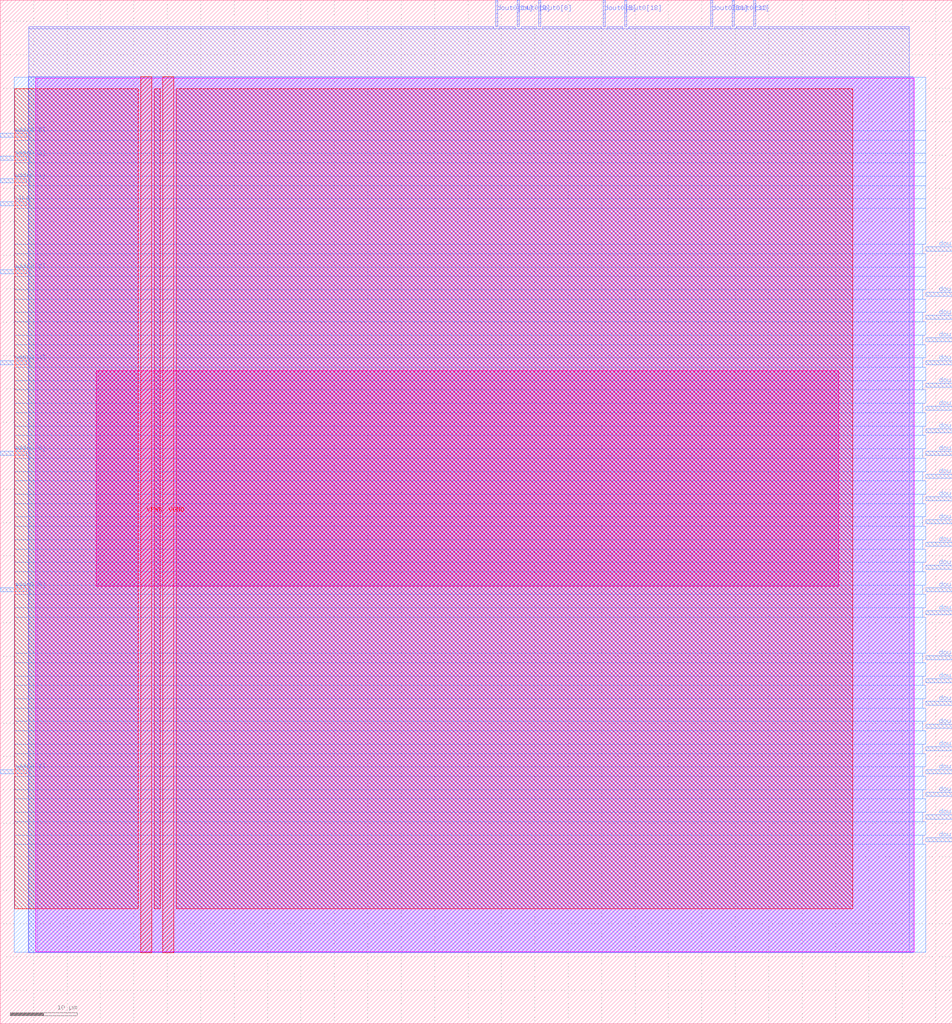
<source format=lef>
VERSION 5.7 ;
  NOWIREEXTENSIONATPIN ON ;
  DIVIDERCHAR "/" ;
  BUSBITCHARS "[]" ;
MACRO cust_rom
  CLASS BLOCK ;
  FOREIGN cust_rom ;
  ORIGIN 0.000 0.000 ;
  SIZE 142.465 BY 153.185 ;
  PIN VGND
    DIRECTION INOUT ;
    USE GROUND ;
    PORT
      LAYER met4 ;
        RECT 24.340 10.640 25.940 141.680 ;
    END
  END VGND
  PIN VPWR
    DIRECTION INOUT ;
    USE POWER ;
    PORT
      LAYER met4 ;
        RECT 21.040 10.640 22.640 141.680 ;
    END
  END VPWR
  PIN addr0[0]
    DIRECTION INPUT ;
    USE SIGNAL ;
    ANTENNAGATEAREA 0.196500 ;
    PORT
      LAYER met3 ;
        RECT 0.000 132.640 4.000 133.240 ;
    END
  END addr0[0]
  PIN addr0[1]
    DIRECTION INPUT ;
    USE SIGNAL ;
    ANTENNAGATEAREA 0.196500 ;
    PORT
      LAYER met3 ;
        RECT 0.000 125.840 4.000 126.440 ;
    END
  END addr0[1]
  PIN addr0[2]
    DIRECTION INPUT ;
    USE SIGNAL ;
    ANTENNAGATEAREA 0.196500 ;
    PORT
      LAYER met3 ;
        RECT 0.000 112.240 4.000 112.840 ;
    END
  END addr0[2]
  PIN addr0[3]
    DIRECTION INPUT ;
    USE SIGNAL ;
    ANTENNAGATEAREA 0.196500 ;
    PORT
      LAYER met3 ;
        RECT 0.000 129.240 4.000 129.840 ;
    END
  END addr0[3]
  PIN addr0[4]
    DIRECTION INPUT ;
    USE SIGNAL ;
    ANTENNAGATEAREA 0.196500 ;
    PORT
      LAYER met3 ;
        RECT 0.000 98.640 4.000 99.240 ;
    END
  END addr0[4]
  PIN addr0[5]
    DIRECTION INPUT ;
    USE SIGNAL ;
    ANTENNAGATEAREA 0.196500 ;
    PORT
      LAYER met3 ;
        RECT 0.000 64.640 4.000 65.240 ;
    END
  END addr0[5]
  PIN addr0[6]
    DIRECTION INPUT ;
    USE SIGNAL ;
    ANTENNAGATEAREA 0.196500 ;
    PORT
      LAYER met3 ;
        RECT 0.000 85.040 4.000 85.640 ;
    END
  END addr0[6]
  PIN addr0[7]
    DIRECTION INPUT ;
    USE SIGNAL ;
    ANTENNAGATEAREA 0.196500 ;
    PORT
      LAYER met3 ;
        RECT 0.000 37.440 4.000 38.040 ;
    END
  END addr0[7]
  PIN clk0
    DIRECTION INPUT ;
    USE SIGNAL ;
    ANTENNAGATEAREA 0.852000 ;
    PORT
      LAYER met3 ;
        RECT 0.000 122.440 4.000 123.040 ;
    END
  END clk0
  PIN cs0
    DIRECTION INPUT ;
    USE SIGNAL ;
    ANTENNAGATEAREA 0.126000 ;
    PORT
      LAYER met2 ;
        RECT 112.790 149.185 113.070 153.185 ;
    END
  END cs0
  PIN dout0[0]
    DIRECTION OUTPUT ;
    USE SIGNAL ;
    ANTENNADIFFAREA 0.445500 ;
    PORT
      LAYER met3 ;
        RECT 138.465 64.640 142.465 65.240 ;
    END
  END dout0[0]
  PIN dout0[10]
    DIRECTION OUTPUT ;
    USE SIGNAL ;
    ANTENNADIFFAREA 0.445500 ;
    PORT
      LAYER met3 ;
        RECT 138.465 91.840 142.465 92.440 ;
    END
  END dout0[10]
  PIN dout0[11]
    DIRECTION OUTPUT ;
    USE SIGNAL ;
    ANTENNADIFFAREA 0.445500 ;
    PORT
      LAYER met3 ;
        RECT 138.465 27.240 142.465 27.840 ;
    END
  END dout0[11]
  PIN dout0[12]
    DIRECTION OUTPUT ;
    USE SIGNAL ;
    ANTENNADIFFAREA 0.445500 ;
    PORT
      LAYER met3 ;
        RECT 138.465 71.440 142.465 72.040 ;
    END
  END dout0[12]
  PIN dout0[13]
    DIRECTION OUTPUT ;
    USE SIGNAL ;
    ANTENNADIFFAREA 0.445500 ;
    PORT
      LAYER met3 ;
        RECT 138.465 88.440 142.465 89.040 ;
    END
  END dout0[13]
  PIN dout0[14]
    DIRECTION OUTPUT ;
    USE SIGNAL ;
    ANTENNADIFFAREA 0.445500 ;
    PORT
      LAYER met2 ;
        RECT 74.150 149.185 74.430 153.185 ;
    END
  END dout0[14]
  PIN dout0[15]
    DIRECTION OUTPUT ;
    USE SIGNAL ;
    ANTENNADIFFAREA 0.445500 ;
    PORT
      LAYER met3 ;
        RECT 138.465 74.840 142.465 75.440 ;
    END
  END dout0[15]
  PIN dout0[16]
    DIRECTION OUTPUT ;
    USE SIGNAL ;
    ANTENNADIFFAREA 0.445500 ;
    PORT
      LAYER met3 ;
        RECT 138.465 85.040 142.465 85.640 ;
    END
  END dout0[16]
  PIN dout0[17]
    DIRECTION OUTPUT ;
    USE SIGNAL ;
    ANTENNADIFFAREA 0.445500 ;
    PORT
      LAYER met3 ;
        RECT 138.465 34.040 142.465 34.640 ;
    END
  END dout0[17]
  PIN dout0[18]
    DIRECTION OUTPUT ;
    USE SIGNAL ;
    ANTENNADIFFAREA 0.445500 ;
    PORT
      LAYER met2 ;
        RECT 93.470 149.185 93.750 153.185 ;
    END
  END dout0[18]
  PIN dout0[19]
    DIRECTION OUTPUT ;
    USE SIGNAL ;
    ANTENNADIFFAREA 0.445500 ;
    PORT
      LAYER met3 ;
        RECT 138.465 44.240 142.465 44.840 ;
    END
  END dout0[19]
  PIN dout0[1]
    DIRECTION OUTPUT ;
    USE SIGNAL ;
    ANTENNADIFFAREA 0.445500 ;
    PORT
      LAYER met3 ;
        RECT 138.465 61.240 142.465 61.840 ;
    END
  END dout0[1]
  PIN dout0[20]
    DIRECTION OUTPUT ;
    USE SIGNAL ;
    ANTENNADIFFAREA 0.445500 ;
    PORT
      LAYER met3 ;
        RECT 138.465 47.640 142.465 48.240 ;
    END
  END dout0[20]
  PIN dout0[21]
    DIRECTION OUTPUT ;
    USE SIGNAL ;
    ANTENNADIFFAREA 0.445500 ;
    PORT
      LAYER met3 ;
        RECT 138.465 40.840 142.465 41.440 ;
    END
  END dout0[21]
  PIN dout0[22]
    DIRECTION OUTPUT ;
    USE SIGNAL ;
    ANTENNADIFFAREA 0.445500 ;
    PORT
      LAYER met3 ;
        RECT 138.465 95.240 142.465 95.840 ;
    END
  END dout0[22]
  PIN dout0[23]
    DIRECTION OUTPUT ;
    USE SIGNAL ;
    ANTENNADIFFAREA 0.445500 ;
    PORT
      LAYER met3 ;
        RECT 138.465 30.640 142.465 31.240 ;
    END
  END dout0[23]
  PIN dout0[24]
    DIRECTION OUTPUT ;
    USE SIGNAL ;
    ANTENNADIFFAREA 0.445500 ;
    PORT
      LAYER met3 ;
        RECT 138.465 51.040 142.465 51.640 ;
    END
  END dout0[24]
  PIN dout0[25]
    DIRECTION OUTPUT ;
    USE SIGNAL ;
    ANTENNADIFFAREA 0.445500 ;
    PORT
      LAYER met3 ;
        RECT 138.465 98.640 142.465 99.240 ;
    END
  END dout0[25]
  PIN dout0[26]
    DIRECTION OUTPUT ;
    USE SIGNAL ;
    ANTENNADIFFAREA 0.445500 ;
    PORT
      LAYER met3 ;
        RECT 138.465 108.840 142.465 109.440 ;
    END
  END dout0[26]
  PIN dout0[27]
    DIRECTION OUTPUT ;
    USE SIGNAL ;
    ANTENNADIFFAREA 0.445500 ;
    PORT
      LAYER met3 ;
        RECT 138.465 105.440 142.465 106.040 ;
    END
  END dout0[27]
  PIN dout0[28]
    DIRECTION OUTPUT ;
    USE SIGNAL ;
    ANTENNADIFFAREA 0.445500 ;
    PORT
      LAYER met3 ;
        RECT 138.465 102.040 142.465 102.640 ;
    END
  END dout0[28]
  PIN dout0[29]
    DIRECTION OUTPUT ;
    USE SIGNAL ;
    ANTENNADIFFAREA 0.445500 ;
    PORT
      LAYER met3 ;
        RECT 138.465 115.640 142.465 116.240 ;
    END
  END dout0[29]
  PIN dout0[2]
    DIRECTION OUTPUT ;
    USE SIGNAL ;
    ANTENNADIFFAREA 0.445500 ;
    PORT
      LAYER met3 ;
        RECT 138.465 81.640 142.465 82.240 ;
    END
  END dout0[2]
  PIN dout0[30]
    DIRECTION OUTPUT ;
    USE SIGNAL ;
    ANTENNADIFFAREA 0.445500 ;
    PORT
      LAYER met2 ;
        RECT 106.350 149.185 106.630 153.185 ;
    END
  END dout0[30]
  PIN dout0[31]
    DIRECTION OUTPUT ;
    USE SIGNAL ;
    ANTENNADIFFAREA 0.445500 ;
    PORT
      LAYER met2 ;
        RECT 109.570 149.185 109.850 153.185 ;
    END
  END dout0[31]
  PIN dout0[3]
    DIRECTION OUTPUT ;
    USE SIGNAL ;
    ANTENNADIFFAREA 0.445500 ;
    PORT
      LAYER met3 ;
        RECT 138.465 54.440 142.465 55.040 ;
    END
  END dout0[3]
  PIN dout0[4]
    DIRECTION OUTPUT ;
    USE SIGNAL ;
    ANTENNADIFFAREA 0.445500 ;
    PORT
      LAYER met3 ;
        RECT 138.465 37.440 142.465 38.040 ;
    END
  END dout0[4]
  PIN dout0[5]
    DIRECTION OUTPUT ;
    USE SIGNAL ;
    ANTENNADIFFAREA 0.445500 ;
    PORT
      LAYER met2 ;
        RECT 90.250 149.185 90.530 153.185 ;
    END
  END dout0[5]
  PIN dout0[6]
    DIRECTION OUTPUT ;
    USE SIGNAL ;
    ANTENNADIFFAREA 0.445500 ;
    PORT
      LAYER met3 ;
        RECT 138.465 68.040 142.465 68.640 ;
    END
  END dout0[6]
  PIN dout0[7]
    DIRECTION OUTPUT ;
    USE SIGNAL ;
    ANTENNADIFFAREA 0.445500 ;
    PORT
      LAYER met3 ;
        RECT 138.465 78.240 142.465 78.840 ;
    END
  END dout0[7]
  PIN dout0[8]
    DIRECTION OUTPUT ;
    USE SIGNAL ;
    ANTENNADIFFAREA 0.445500 ;
    PORT
      LAYER met2 ;
        RECT 80.590 149.185 80.870 153.185 ;
    END
  END dout0[8]
  PIN dout0[9]
    DIRECTION OUTPUT ;
    USE SIGNAL ;
    ANTENNADIFFAREA 0.445500 ;
    PORT
      LAYER met2 ;
        RECT 77.370 149.185 77.650 153.185 ;
    END
  END dout0[9]
  OBS
      LAYER nwell ;
        RECT 5.330 10.795 136.810 141.525 ;
      LAYER li1 ;
        RECT 5.520 10.795 136.620 141.525 ;
      LAYER met1 ;
        RECT 4.210 10.640 136.620 141.680 ;
      LAYER met2 ;
        RECT 4.230 148.905 73.870 149.185 ;
        RECT 74.710 148.905 77.090 149.185 ;
        RECT 77.930 148.905 80.310 149.185 ;
        RECT 81.150 148.905 89.970 149.185 ;
        RECT 90.810 148.905 93.190 149.185 ;
        RECT 94.030 148.905 106.070 149.185 ;
        RECT 106.910 148.905 109.290 149.185 ;
        RECT 110.130 148.905 112.510 149.185 ;
        RECT 113.350 148.905 136.060 149.185 ;
        RECT 4.230 10.695 136.060 148.905 ;
      LAYER met3 ;
        RECT 2.110 133.640 138.465 141.605 ;
        RECT 4.400 132.240 138.465 133.640 ;
        RECT 2.110 130.240 138.465 132.240 ;
        RECT 4.400 128.840 138.465 130.240 ;
        RECT 2.110 126.840 138.465 128.840 ;
        RECT 4.400 125.440 138.465 126.840 ;
        RECT 2.110 123.440 138.465 125.440 ;
        RECT 4.400 122.040 138.465 123.440 ;
        RECT 2.110 116.640 138.465 122.040 ;
        RECT 2.110 115.240 138.065 116.640 ;
        RECT 2.110 113.240 138.465 115.240 ;
        RECT 4.400 111.840 138.465 113.240 ;
        RECT 2.110 109.840 138.465 111.840 ;
        RECT 2.110 108.440 138.065 109.840 ;
        RECT 2.110 106.440 138.465 108.440 ;
        RECT 2.110 105.040 138.065 106.440 ;
        RECT 2.110 103.040 138.465 105.040 ;
        RECT 2.110 101.640 138.065 103.040 ;
        RECT 2.110 99.640 138.465 101.640 ;
        RECT 4.400 98.240 138.065 99.640 ;
        RECT 2.110 96.240 138.465 98.240 ;
        RECT 2.110 94.840 138.065 96.240 ;
        RECT 2.110 92.840 138.465 94.840 ;
        RECT 2.110 91.440 138.065 92.840 ;
        RECT 2.110 89.440 138.465 91.440 ;
        RECT 2.110 88.040 138.065 89.440 ;
        RECT 2.110 86.040 138.465 88.040 ;
        RECT 4.400 84.640 138.065 86.040 ;
        RECT 2.110 82.640 138.465 84.640 ;
        RECT 2.110 81.240 138.065 82.640 ;
        RECT 2.110 79.240 138.465 81.240 ;
        RECT 2.110 77.840 138.065 79.240 ;
        RECT 2.110 75.840 138.465 77.840 ;
        RECT 2.110 74.440 138.065 75.840 ;
        RECT 2.110 72.440 138.465 74.440 ;
        RECT 2.110 71.040 138.065 72.440 ;
        RECT 2.110 69.040 138.465 71.040 ;
        RECT 2.110 67.640 138.065 69.040 ;
        RECT 2.110 65.640 138.465 67.640 ;
        RECT 4.400 64.240 138.065 65.640 ;
        RECT 2.110 62.240 138.465 64.240 ;
        RECT 2.110 60.840 138.065 62.240 ;
        RECT 2.110 55.440 138.465 60.840 ;
        RECT 2.110 54.040 138.065 55.440 ;
        RECT 2.110 52.040 138.465 54.040 ;
        RECT 2.110 50.640 138.065 52.040 ;
        RECT 2.110 48.640 138.465 50.640 ;
        RECT 2.110 47.240 138.065 48.640 ;
        RECT 2.110 45.240 138.465 47.240 ;
        RECT 2.110 43.840 138.065 45.240 ;
        RECT 2.110 41.840 138.465 43.840 ;
        RECT 2.110 40.440 138.065 41.840 ;
        RECT 2.110 38.440 138.465 40.440 ;
        RECT 4.400 37.040 138.065 38.440 ;
        RECT 2.110 35.040 138.465 37.040 ;
        RECT 2.110 33.640 138.065 35.040 ;
        RECT 2.110 31.640 138.465 33.640 ;
        RECT 2.110 30.240 138.065 31.640 ;
        RECT 2.110 28.240 138.465 30.240 ;
        RECT 2.110 26.840 138.065 28.240 ;
        RECT 2.110 10.715 138.465 26.840 ;
      LAYER met4 ;
        RECT 2.135 17.175 20.640 139.905 ;
        RECT 23.040 17.175 23.940 139.905 ;
        RECT 26.340 17.175 127.585 139.905 ;
      LAYER met5 ;
        RECT 14.380 65.500 125.460 97.700 ;
  END
END cust_rom
END LIBRARY


</source>
